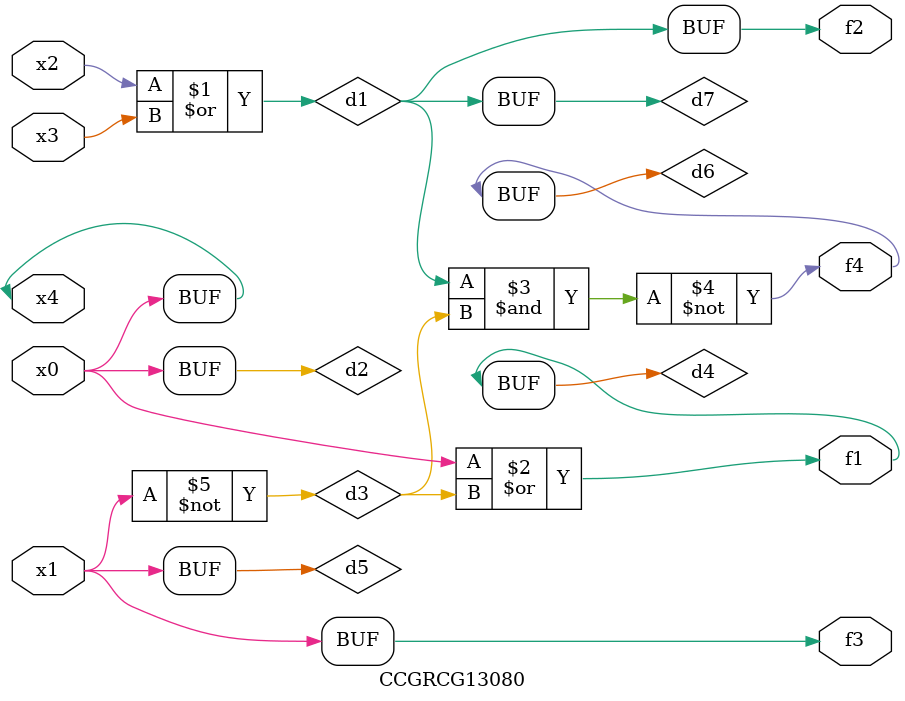
<source format=v>
module CCGRCG13080(
	input x0, x1, x2, x3, x4,
	output f1, f2, f3, f4
);

	wire d1, d2, d3, d4, d5, d6, d7;

	or (d1, x2, x3);
	buf (d2, x0, x4);
	not (d3, x1);
	or (d4, d2, d3);
	not (d5, d3);
	nand (d6, d1, d3);
	or (d7, d1);
	assign f1 = d4;
	assign f2 = d7;
	assign f3 = d5;
	assign f4 = d6;
endmodule

</source>
